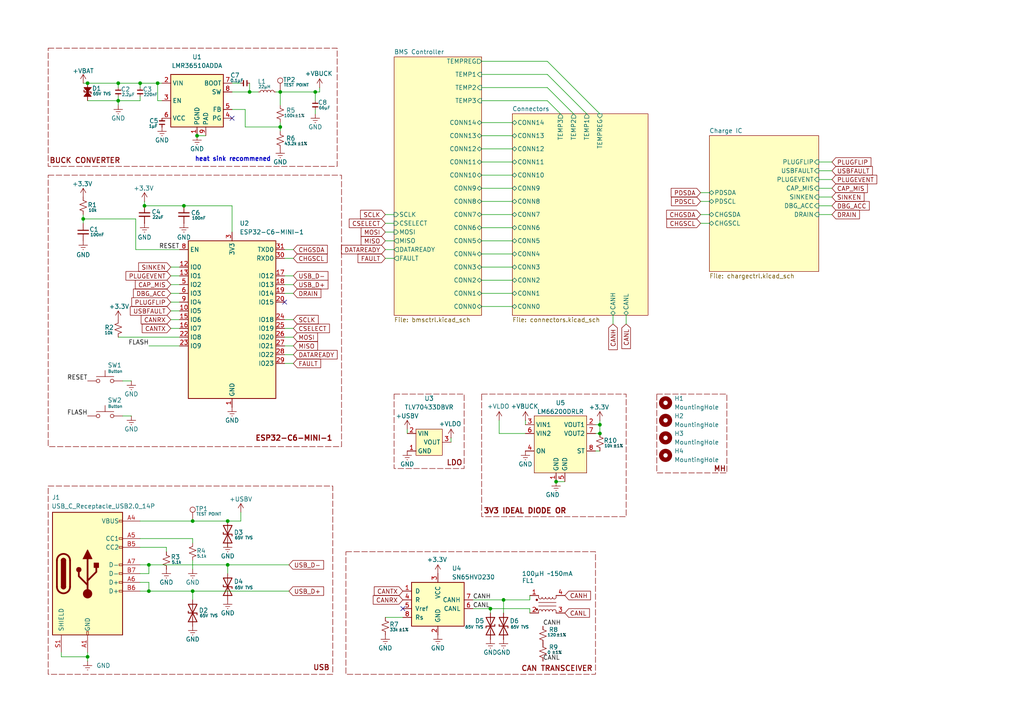
<source format=kicad_sch>
(kicad_sch (version 20250114) (generator "eeschema") (generator_version "9.0")
  (paper "A4")
  (rectangle (start 13.97 140.97) (end 96.52 195.58) (stroke (width 0) (type dash) (color 132 0 0 1)))
  (rectangle (start 13.97 13.97) (end 97.79 48.26) (stroke (width 0) (type dash) (color 132 0 0 1)))
  (rectangle (start 100.33 160.02) (end 172.72 195.58) (stroke (width 0) (type dash) (color 132 0 0 1)))
  (rectangle (start 13.97 50.8) (end 99.06 129.54) (stroke (width 0) (type dash) (color 132 0 0 1)))
  (rectangle (start 139.7 114.3) (end 181.61 149.86) (stroke (width 0) (type dash) (color 132 0 0 1)))
  (rectangle (start 114.3 114.3) (end 134.62 135.89) (stroke (width 0) (type dash) (color 132 0 0 1)))
  (rectangle (start 190.5 114.3) (end 210.82 137.16) (stroke (width 0) (type dash) (color 132 0 0 1)))
  (text "ESP32-C6-MINI-1" (at 96.52 127.254 0) (effects (font (size 1.524 1.524) (thickness 0.3048) (bold yes)) (justify right)))
  (text "heat sink recommened" (at 67.564 46.228 0) (effects (font (size 1.27 1.27) (thickness 0.254) (bold yes))))
  (text "BUCK CONVERTER" (at 24.638 46.736 0) (effects (font (size 1.524 1.524) (thickness 0.254) (bold yes))))
  (text "USB" (at 93.218 193.802 0) (effects (font (size 1.524 1.524) (thickness 0.254) (bold yes))))
  (text "MH" (at 208.788 136.144 0) (effects (font (size 1.524 1.524) (thickness 0.254) (bold yes))))
  (text "LDO" (at 131.826 134.366 0) (effects (font (size 1.524 1.524) (thickness 0.254) (bold yes))))
  (text "CAN TRANSCEIVER" (at 161.544 194.056 0) (effects (font (size 1.524 1.524) (thickness 0.254) (bold yes))))
  (text "3V3 IDEAL DIODE OR" (at 164.338 148.336 0) (effects (font (size 1.524 1.524) (thickness 0.3048) (bold yes)) (justify right)))
  (junction (at 142.24 176.53))
  (junction (at 34.29 24.13))
  (junction (at 81.28 26.67))
  (junction (at 25.4 190.5))
  (junction (at 53.34 59.69))
  (junction (at 91.44 26.67))
  (junction (at 43.18 171.45))
  (junction (at 66.04 151.13))
  (junction (at 161.29 139.7))
  (junction (at 146.05 173.99))
  (junction (at 34.29 29.21))
  (junction (at 66.04 163.83))
  (junction (at 41.91 59.69))
  (junction (at 55.88 151.13))
  (junction (at 81.28 36.83))
  (junction (at 173.99 125.73))
  (junction (at 45.72 24.13))
  (junction (at 25.4 24.13))
  (junction (at 57.15 39.37))
  (junction (at 40.64 24.13))
  (junction (at 72.39 26.67))
  (junction (at 24.13 63.5))
  (junction (at 43.18 163.83))
  (junction (at 173.99 123.19))
  (junction (at 55.88 171.45))
  (no_connect (at 67.31 34.29))
  (no_connect (at 116.84 176.53))
  (no_connect (at 82.55 87.63))
  (wire (pts (xy 139.7 39.37) (xy 148.59 39.37)))
  (wire (pts (xy 40.64 27.94) (xy 40.64 29.21)))
  (wire (pts (xy 241.3 57.15) (xy 237.49 57.15)))
  (wire (pts (xy 92.71 26.67) (xy 91.44 26.67)))
  (wire (pts (xy 66.04 157.48) (xy 66.04 158.75)))
  (wire (pts (xy 66.04 163.83) (xy 66.04 166.37)))
  (wire (pts (xy 49.53 87.63) (xy 52.07 87.63)))
  (wire (pts (xy 34.29 24.13) (xy 34.29 25.4)))
  (wire (pts (xy 38.1 110.49) (xy 35.56 110.49)))
  (wire (pts (xy 85.09 74.93) (xy 82.55 74.93)))
  (wire (pts (xy 139.7 17.78) (xy 158.75 17.78)))
  (wire (pts (xy 91.44 29.21) (xy 91.44 26.67)))
  (wire (pts (xy 34.29 27.94) (xy 34.29 29.21)))
  (wire (pts (xy 142.24 176.53) (xy 142.24 177.8)))
  (wire (pts (xy 39.37 72.39) (xy 52.07 72.39)))
  (wire (pts (xy 40.64 163.83) (xy 43.18 163.83)))
  (wire (pts (xy 66.04 151.13) (xy 69.85 151.13)))
  (wire (pts (xy 241.3 49.53) (xy 237.49 49.53)))
  (wire (pts (xy 40.64 168.91) (xy 43.18 168.91)))
  (wire (pts (xy 40.64 151.13) (xy 55.88 151.13)))
  (wire (pts (xy 40.64 24.13) (xy 45.72 24.13)))
  (wire (pts (xy 241.3 46.99) (xy 237.49 46.99)))
  (wire (pts (xy 55.88 156.21) (xy 55.88 157.48)))
  (wire (pts (xy 130.81 127) (xy 130.81 128.27)))
  (wire (pts (xy 111.76 72.39) (xy 114.3 72.39)))
  (wire (pts (xy 85.09 105.41) (xy 82.55 105.41)))
  (wire (pts (xy 111.76 74.93) (xy 114.3 74.93)))
  (wire (pts (xy 139.7 77.47) (xy 148.59 77.47)))
  (wire (pts (xy 139.7 66.04) (xy 148.59 66.04)))
  (wire (pts (xy 24.13 62.23) (xy 24.13 63.5)))
  (wire (pts (xy 111.76 179.07) (xy 116.84 179.07)))
  (wire (pts (xy 158.75 25.4) (xy 166.37 33.02)))
  (wire (pts (xy 40.64 158.75) (xy 48.26 158.75)))
  (wire (pts (xy 43.18 163.83) (xy 43.18 166.37)))
  (wire (pts (xy 57.15 39.37) (xy 59.69 39.37)))
  (wire (pts (xy 118.11 124.46) (xy 118.11 125.73)))
  (wire (pts (xy 81.28 38.1) (xy 81.28 36.83)))
  (wire (pts (xy 17.78 190.5) (xy 17.78 189.23)))
  (wire (pts (xy 139.7 35.56) (xy 148.59 35.56)))
  (wire (pts (xy 43.18 171.45) (xy 40.64 171.45)))
  (wire (pts (xy 49.53 85.09) (xy 52.07 85.09)))
  (wire (pts (xy 45.72 24.13) (xy 45.72 29.21)))
  (wire (pts (xy 34.29 97.79) (xy 52.07 97.79)))
  (wire (pts (xy 25.4 191.77) (xy 25.4 190.5)))
  (wire (pts (xy 71.12 36.83) (xy 81.28 36.83)))
  (wire (pts (xy 49.53 95.25) (xy 52.07 95.25)))
  (wire (pts (xy 241.3 62.23) (xy 237.49 62.23)))
  (wire (pts (xy 139.7 50.8) (xy 148.59 50.8)))
  (wire (pts (xy 144.78 125.73) (xy 152.4 125.73)))
  (wire (pts (xy 203.2 58.42) (xy 205.74 58.42)))
  (wire (pts (xy 139.7 88.9) (xy 148.59 88.9)))
  (wire (pts (xy 85.09 95.25) (xy 82.55 95.25)))
  (wire (pts (xy 153.67 176.53) (xy 153.67 177.8)))
  (wire (pts (xy 72.39 26.67) (xy 74.93 26.67)))
  (wire (pts (xy 111.76 62.23) (xy 114.3 62.23)))
  (wire (pts (xy 203.2 64.77) (xy 205.74 64.77)))
  (wire (pts (xy 25.4 29.21) (xy 34.29 29.21)))
  (wire (pts (xy 48.26 158.75) (xy 48.26 160.02)))
  (wire (pts (xy 34.29 30.48) (xy 34.29 29.21)))
  (wire (pts (xy 173.99 123.19) (xy 173.99 125.73)))
  (wire (pts (xy 40.64 25.4) (xy 40.64 24.13)))
  (wire (pts (xy 85.09 102.87) (xy 82.55 102.87)))
  (wire (pts (xy 158.75 29.21) (xy 162.56 33.02)))
  (wire (pts (xy 139.7 46.99) (xy 148.59 46.99)))
  (wire (pts (xy 55.88 171.45) (xy 83.82 171.45)))
  (wire (pts (xy 39.37 63.5) (xy 39.37 72.39)))
  (wire (pts (xy 85.09 85.09) (xy 82.55 85.09)))
  (wire (pts (xy 69.85 148.59) (xy 69.85 151.13)))
  (wire (pts (xy 53.34 59.69) (xy 67.31 59.69)))
  (wire (pts (xy 71.12 31.75) (xy 67.31 31.75)))
  (wire (pts (xy 111.76 64.77) (xy 114.3 64.77)))
  (wire (pts (xy 241.3 52.07) (xy 237.49 52.07)))
  (wire (pts (xy 25.4 190.5) (xy 25.4 189.23)))
  (wire (pts (xy 158.75 21.59) (xy 170.18 33.02)))
  (wire (pts (xy 41.91 59.69) (xy 53.34 59.69)))
  (wire (pts (xy 85.09 72.39) (xy 82.55 72.39)))
  (wire (pts (xy 139.7 62.23) (xy 148.59 62.23)))
  (wire (pts (xy 137.16 173.99) (xy 146.05 173.99)))
  (wire (pts (xy 85.09 100.33) (xy 82.55 100.33)))
  (wire (pts (xy 153.67 173.99) (xy 153.67 172.72)))
  (wire (pts (xy 241.3 54.61) (xy 237.49 54.61)))
  (wire (pts (xy 139.7 29.21) (xy 158.75 29.21)))
  (wire (pts (xy 25.4 24.13) (xy 34.29 24.13)))
  (wire (pts (xy 81.28 26.67) (xy 80.01 26.67)))
  (wire (pts (xy 43.18 163.83) (xy 66.04 163.83)))
  (wire (pts (xy 173.99 121.92) (xy 173.99 123.19)))
  (wire (pts (xy 24.13 24.13) (xy 25.4 24.13)))
  (wire (pts (xy 85.09 80.01) (xy 82.55 80.01)))
  (wire (pts (xy 49.53 77.47) (xy 52.07 77.47)))
  (wire (pts (xy 111.76 67.31) (xy 114.3 67.31)))
  (wire (pts (xy 40.64 29.21) (xy 34.29 29.21)))
  (wire (pts (xy 139.7 58.42) (xy 148.59 58.42)))
  (wire (pts (xy 146.05 173.99) (xy 153.67 173.99)))
  (wire (pts (xy 55.88 165.1) (xy 55.88 162.56)))
  (wire (pts (xy 45.72 29.21) (xy 46.99 29.21)))
  (wire (pts (xy 55.88 151.13) (xy 66.04 151.13)))
  (wire (pts (xy 137.16 176.53) (xy 142.24 176.53)))
  (wire (pts (xy 203.2 62.23) (xy 205.74 62.23)))
  (wire (pts (xy 91.44 33.02) (xy 91.44 31.75)))
  (wire (pts (xy 72.39 24.13) (xy 72.39 26.67)))
  (wire (pts (xy 139.7 43.18) (xy 148.59 43.18)))
  (wire (pts (xy 81.28 26.67) (xy 91.44 26.67)))
  (wire (pts (xy 69.85 24.13) (xy 67.31 24.13)))
  (wire (pts (xy 66.04 163.83) (xy 83.82 163.83)))
  (wire (pts (xy 142.24 176.53) (xy 153.67 176.53)))
  (wire (pts (xy 49.53 90.17) (xy 52.07 90.17)))
  (wire (pts (xy 203.2 55.88) (xy 205.74 55.88)))
  (wire (pts (xy 34.29 24.13) (xy 40.64 24.13)))
  (wire (pts (xy 144.78 121.92) (xy 144.78 125.73)))
  (wire (pts (xy 43.18 166.37) (xy 40.64 166.37)))
  (wire (pts (xy 173.99 125.73) (xy 172.72 125.73)))
  (wire (pts (xy 24.13 63.5) (xy 39.37 63.5)))
  (wire (pts (xy 177.8 93.98) (xy 177.8 91.44)))
  (wire (pts (xy 49.53 92.71) (xy 52.07 92.71)))
  (wire (pts (xy 38.1 120.65) (xy 35.56 120.65)))
  (wire (pts (xy 92.71 25.4) (xy 92.71 26.67)))
  (wire (pts (xy 55.88 171.45) (xy 55.88 173.99)))
  (wire (pts (xy 85.09 97.79) (xy 82.55 97.79)))
  (wire (pts (xy 17.78 190.5) (xy 25.4 190.5)))
  (wire (pts (xy 158.75 17.78) (xy 173.99 33.02)))
  (wire (pts (xy 49.53 82.55) (xy 52.07 82.55)))
  (wire (pts (xy 139.7 21.59) (xy 158.75 21.59)))
  (wire (pts (xy 67.31 26.67) (xy 72.39 26.67)))
  (wire (pts (xy 181.61 93.98) (xy 181.61 91.44)))
  (wire (pts (xy 161.29 139.7) (xy 163.83 139.7)))
  (wire (pts (xy 241.3 59.69) (xy 237.49 59.69)))
  (wire (pts (xy 40.64 156.21) (xy 55.88 156.21)))
  (wire (pts (xy 24.13 64.77) (xy 24.13 63.5)))
  (wire (pts (xy 49.53 80.01) (xy 52.07 80.01)))
  (wire (pts (xy 139.7 85.09) (xy 148.59 85.09)))
  (wire (pts (xy 71.12 36.83) (xy 71.12 31.75)))
  (wire (pts (xy 41.91 58.42) (xy 41.91 59.69)))
  (wire (pts (xy 81.28 36.83) (xy 81.28 35.56)))
  (wire (pts (xy 139.7 54.61) (xy 148.59 54.61)))
  (wire (pts (xy 85.09 82.55) (xy 82.55 82.55)))
  (wire (pts (xy 43.18 171.45) (xy 55.88 171.45)))
  (wire (pts (xy 111.76 69.85) (xy 114.3 69.85)))
  (wire (pts (xy 139.7 25.4) (xy 158.75 25.4)))
  (wire (pts (xy 43.18 100.33) (xy 52.07 100.33)))
  (wire (pts (xy 152.4 121.92) (xy 152.4 123.19)))
  (wire (pts (xy 81.28 26.67) (xy 81.28 30.48)))
  (wire (pts (xy 139.7 69.85) (xy 148.59 69.85)))
  (wire (pts (xy 173.99 130.81) (xy 172.72 130.81)))
  (wire (pts (xy 146.05 173.99) (xy 146.05 177.8)))
  (wire (pts (xy 45.72 24.13) (xy 46.99 24.13)))
  (wire (pts (xy 43.18 168.91) (xy 43.18 171.45)))
  (wire (pts (xy 139.7 73.66) (xy 148.59 73.66)))
  (wire (pts (xy 173.99 123.19) (xy 172.72 123.19)))
  (wire (pts (xy 139.7 81.28) (xy 148.59 81.28)))
  (wire (pts (xy 67.31 59.69) (xy 67.31 67.31)))
  (wire (pts (xy 85.09 92.71) (xy 82.55 92.71)))
  (label "FLASH" (at 25.4 120.65 180) (effects (font (thickness 0.1588))))
  (label "RESET" (at 52.07 72.39 180) (effects (font (thickness 0.1588))))
  (label "CANL" (at 137.16 176.53 0))
  (label "RESET" (at 25.4 110.49 180) (effects (font (thickness 0.1588))))
  (label "CANL" (at 157.48 191.77 0))
  (label "CANH" (at 137.16 173.99 0))
  (label "CANH" (at 157.48 181.61 0))
  (label "FLASH" (at 43.18 100.33 180) (effects (font (thickness 0.1588))))
  (global_label "CSELECT" (shape input) (at 85.09 95.25 0) (property "Intersheetrefs" "${INTERSHEET_REFS}" (effects (hide yes))))
  (global_label "CANL" (shape input) (at 181.61 93.98 270) (effects (font (thickness 0.1588))) (property "Intersheetrefs" "${INTERSHEET_REFS}" (effects (hide yes))))
  (global_label "PLUGFLIP" (shape input) (at 49.53 87.63 180) (property "Intersheetrefs" "${INTERSHEET_REFS}" (effects (hide yes))))
  (global_label "CAP_MIS" (shape input) (at 241.3 54.61 0) (property "Intersheetrefs" "${INTERSHEET_REFS}" (effects (hide yes))))
  (global_label "CSELECT" (shape input) (at 111.76 64.77 180) (property "Intersheetrefs" "${INTERSHEET_REFS}" (effects (hide yes))))
  (global_label "FAULT" (shape input) (at 85.09 105.41 0) (property "Intersheetrefs" "${INTERSHEET_REFS}" (effects (hide yes))))
  (global_label "SINKEN" (shape input) (at 49.53 77.47 180) (property "Intersheetrefs" "${INTERSHEET_REFS}" (effects (hide yes))))
  (global_label "SCLK" (shape input) (at 111.76 62.23 180) (property "Intersheetrefs" "${INTERSHEET_REFS}" (effects (hide yes))))
  (global_label "SINKEN" (shape input) (at 241.3 57.15 0) (property "Intersheetrefs" "${INTERSHEET_REFS}" (effects (hide yes))))
  (global_label "PLUGEVENT" (shape input) (at 49.53 80.01 180) (property "Intersheetrefs" "${INTERSHEET_REFS}" (effects (hide yes))))
  (global_label "MOSI" (shape input) (at 85.09 97.79 0) (property "Intersheetrefs" "${INTERSHEET_REFS}" (effects (hide yes))))
  (global_label "PLUGFLIP" (shape input) (at 241.3 46.99 0) (property "Intersheetrefs" "${INTERSHEET_REFS}" (effects (hide yes))))
  (global_label "CANTX" (shape input) (at 49.53 95.25 180) (property "Intersheetrefs" "${INTERSHEET_REFS}" (effects (hide yes))))
  (global_label "CHGSCL" (shape input) (at 85.09 74.93 0) (property "Intersheetrefs" "${INTERSHEET_REFS}" (effects (hide yes))))
  (global_label "PLUGEVENT" (shape input) (at 241.3 52.07 0) (property "Intersheetrefs" "${INTERSHEET_REFS}" (effects (hide yes))))
  (global_label "CANH" (shape input) (at 177.8 93.98 270) (effects (font (thickness 0.1588))) (property "Intersheetrefs" "${INTERSHEET_REFS}" (effects (hide yes))))
  (global_label "DBG_ACC" (shape input) (at 49.53 85.09 180) (property "Intersheetrefs" "${INTERSHEET_REFS}" (effects (hide yes))))
  (global_label "USB_D+" (shape input) (at 83.82 171.45 0) (property "Intersheetrefs" "${INTERSHEET_REFS}" (effects (hide yes))))
  (global_label "CHGSCL" (shape input) (at 203.2 64.77 180) (property "Intersheetrefs" "${INTERSHEET_REFS}" (effects (hide yes))))
  (global_label "CANTX" (shape input) (at 116.84 171.45 180) (property "Intersheetrefs" "${INTERSHEET_REFS}" (effects (hide yes))))
  (global_label "PDSCL" (shape input) (at 203.2 58.42 180) (property "Intersheetrefs" "${INTERSHEET_REFS}" (effects (hide yes))))
  (global_label "FAULT" (shape input) (at 111.76 74.93 180) (property "Intersheetrefs" "${INTERSHEET_REFS}" (effects (hide yes))))
  (global_label "USBFAULT" (shape input) (at 49.53 90.17 180) (property "Intersheetrefs" "${INTERSHEET_REFS}" (effects (hide yes))))
  (global_label "DBG_ACC" (shape input) (at 241.3 59.69 0) (property "Intersheetrefs" "${INTERSHEET_REFS}" (effects (hide yes))))
  (global_label "SCLK" (shape input) (at 85.09 92.71 0) (property "Intersheetrefs" "${INTERSHEET_REFS}" (effects (hide yes))))
  (global_label "CAP_MIS" (shape input) (at 49.53 82.55 180) (property "Intersheetrefs" "${INTERSHEET_REFS}" (effects (hide yes))))
  (global_label "DATAREADY" (shape input) (at 111.76 72.39 180) (property "Intersheetrefs" "${INTERSHEET_REFS}" (effects (hide yes))))
  (global_label "DATAREADY" (shape input) (at 85.09 102.87 0) (property "Intersheetrefs" "${INTERSHEET_REFS}" (effects (hide yes))))
  (global_label "MISO" (shape input) (at 111.76 69.85 180) (property "Intersheetrefs" "${INTERSHEET_REFS}" (effects (hide yes))))
  (global_label "MISO" (shape input) (at 85.09 100.33 0) (property "Intersheetrefs" "${INTERSHEET_REFS}" (effects (hide yes))))
  (global_label "MOSI" (shape input) (at 111.76 67.31 180) (property "Intersheetrefs" "${INTERSHEET_REFS}" (effects (hide yes))))
  (global_label "CHGSDA" (shape input) (at 85.09 72.39 0) (property "Intersheetrefs" "${INTERSHEET_REFS}" (effects (hide yes))))
  (global_label "CANRX" (shape input) (at 116.84 173.99 180) (property "Intersheetrefs" "${INTERSHEET_REFS}" (effects (hide yes))))
  (global_label "PDSDA" (shape input) (at 203.2 55.88 180) (property "Intersheetrefs" "${INTERSHEET_REFS}" (effects (hide yes))))
  (global_label "USB_D+" (shape input) (at 85.09 82.55 0) (property "Intersheetrefs" "${INTERSHEET_REFS}" (effects (hide yes))))
  (global_label "CANH" (shape input) (at 163.83 172.72 0) (effects (font (thickness 0.1588))) (property "Intersheetrefs" "${INTERSHEET_REFS}" (effects (hide yes))))
  (global_label "CANL" (shape input) (at 163.83 177.8 0) (effects (font (thickness 0.1588))) (property "Intersheetrefs" "${INTERSHEET_REFS}" (effects (hide yes))))
  (global_label "CHGSDA" (shape input) (at 203.2 62.23 180) (property "Intersheetrefs" "${INTERSHEET_REFS}" (effects (hide yes))))
  (global_label "USB_D-" (shape input) (at 85.09 80.01 0) (property "Intersheetrefs" "${INTERSHEET_REFS}" (effects (hide yes))))
  (global_label "DRAIN" (shape input) (at 241.3 62.23 0) (property "Intersheetrefs" "${INTERSHEET_REFS}" (effects (hide yes))))
  (global_label "USB_D-" (shape input) (at 83.82 163.83 0) (property "Intersheetrefs" "${INTERSHEET_REFS}" (effects (hide yes))))
  (global_label "CANRX" (shape input) (at 49.53 92.71 180) (property "Intersheetrefs" "${INTERSHEET_REFS}" (effects (hide yes))))
  (global_label "USBFAULT" (shape input) (at 241.3 49.53 0) (property "Intersheetrefs" "${INTERSHEET_REFS}" (effects (hide yes))))
  (global_label "DRAIN" (shape input) (at 85.09 85.09 0) (property "Intersheetrefs" "${INTERSHEET_REFS}" (effects (hide yes))))
  (symbol (lib_id "Connector:TestPoint") (at 81.28 26.67 0) (unit 1)
    (property "Reference" "TP2" (at 82.042 23.114 0) (effects (justify left)))
    (property "Value" "TEST POINT" (at 82.296 24.638 0) (effects (font (size 0.8467 0.8467)) (justify left)))
    (property "Footprint" "TestPoint:TestPoint_Pad_1.0x1.0mm" (effects (hide yes)))
    (property "Description" "test point" (effects (hide yes)))
  )
  (symbol (lib_id "Switch:SW_Push") (at 30.48 120.65 0) (unit 1)
    (property "Reference" "SW2" (at 35.306 116.078 0) (effects (justify right)))
    (property "Value" "Button" (at 35.56 117.856 0) (effects (font (size 0.8467 0.8467)) (justify right)))
    (property "Footprint" "footprints:SW-SMD_L3.9-W3.0-P4.45" (effects (hide yes)))
    (property "Datasheet" "https://www.lcsc.com/datasheet/lcsc_datasheet_2409302330_XUNPU-TS-1088-AR02016_C720477.pdf" (effects (hide yes)))
    (property "Description" "Push button switch, generic, two pins" (effects (hide yes)))
    (property "LCSC#" "C720477" (effects (hide yes)))
  )
  (symbol (lib_id "power:Earth") (at 66.04 173.99 0) (unit 1)
    (property "Reference" "#PWR018" (effects (hide yes)))
    (property "Value" "GND" (at 66.04 177.8 0))
    (property "Description" "Power symbol creates a global label with name \"Earth\"" (effects (hide yes)))
  )
  (symbol (lib_id "power:+3.3V") (at 152.4 121.92 0) (unit 1)
    (property "Reference" "#PWR033" (effects (hide yes)))
    (property "Value" "+VBUCK" (at 152.146 117.856 0))
    (property "Description" "Power symbol creates a global label with name \"+3.3V\"" (effects (hide yes)))
  )
  (symbol (lib_id "Device:R_Small_US") (at 81.28 40.64 0) (unit 1)
    (property "Reference" "R6" (at 84.328 40.132 0))
    (property "Value" "43.2k" (at 86.106 41.656 0) (effects (font (size 0.8467 0.8467)) (justify right)))
    (property "Footprint" "Resistor_SMD:R_0402_1005Metric_Pad0.72x0.64mm_HandSolder" (effects (hide yes)))
    (property "Description" "Resistor, small US symbol" (effects (hide yes)))
    (property "Tolerance" "±1%" (at 89.154 41.656 0) (effects (font (size 0.8467 0.8467)) (justify right)))
  )
  (symbol (lib_name "C_Small_1") (lib_id "Device:C_Small") (at 40.64 26.67 0) (unit 1)
    (property "Reference" "C3" (at 41.402 25.908 0) (effects (justify left)))
    (property "Value" "220nF" (at 41.656 27.432 0) (effects (font (size 0.8467 0.8467)) (justify left)))
    (property "Footprint" "Capacitor_SMD:C_0402_1005Metric_Pad0.74x0.62mm_HandSolder" (effects (hide yes)))
    (property "Description" "Unpolarized capacitor, small symbol" (effects (hide yes)))
  )
  (symbol (lib_id "power:Earth") (at 48.26 165.1 0) (unit 1)
    (property "Reference" "#PWR012" (effects (hide yes)))
    (property "Value" "GND" (at 48.26 168.91 0))
    (property "Description" "Power symbol creates a global label with name \"Earth\"" (effects (hide yes)))
  )
  (symbol (lib_id "Device:R_Small_US") (at 157.48 184.15 180) (unit 1)
    (property "Reference" "R8" (at 160.528 182.626 0))
    (property "Value" "120" (at 158.75 184.15 0) (effects (font (size 0.8467 0.8467)) (justify right)))
    (property "Footprint" "Resistor_SMD:R_0402_1005Metric_Pad0.72x0.64mm_HandSolder" (effects (hide yes)))
    (property "Description" "Resistor, small US symbol" (effects (hide yes)))
    (property "Tolerance" "±1%" (at 161.29 184.15 0) (effects (font (size 0.8467 0.8467)) (justify right)))
  )
  (symbol (lib_id "power:+3.3V") (at 144.78 121.92 0) (unit 1)
    (property "Reference" "#PWR031" (effects (hide yes)))
    (property "Value" "+VLDO" (at 144.526 117.856 0))
    (property "Description" "Power symbol creates a global label with name \"+3.3V\"" (effects (hide yes)))
  )
  (symbol (lib_id "power:Earth") (at 66.04 157.48 0) (unit 1)
    (property "Reference" "#PWR017" (effects (hide yes)))
    (property "Value" "GND" (at 66.04 161.29 0))
    (property "Description" "Power symbol creates a global label with name \"Earth\"" (effects (hide yes)))
  )
  (symbol (lib_id "components:TLV704") (at 124.46 128.27 0) (unit 1)
    (property "Reference" "U3" (at 124.46 115.57 0))
    (property "Value" "TLV70433DBVR" (at 124.46 118.11 0))
    (property "Footprint" "Package_TO_SOT_SMD:SOT-23-5_HandSoldering" (effects (hide yes)))
    (property "Datasheet" "https://www.ti.com/lit/ds/symlink/tlv704.pdf?HQS=dis-dk-null-digikeymode-dsf-pf-null-wwe&ts=1743791554996&ref_url=https%253A%252F%252Fwww.ti.com%252Fgeneral%252Fdocs%252Fsuppproductinfo.tsp%253FdistId%253D10%2526gotoUrl%253Dhttps%253A%252F%252Fwww.ti.com%252Flit%252Fgpn%252Ftlv704" (effects (hide yes)))
  )
  (symbol (lib_id "power:Earth") (at 67.31 118.11 0) (unit 1)
    (property "Reference" "#PWR019" (effects (hide yes)))
    (property "Value" "GND" (at 67.31 121.92 0))
    (property "Description" "Power symbol creates a global label with name \"Earth\"" (effects (hide yes)))
  )
  (symbol (lib_id "power:Earth") (at 118.11 130.81 0) (unit 1)
    (property "Reference" "#PWR026" (effects (hide yes)))
    (property "Value" "GND" (at 118.11 134.62 0))
    (property "Description" "Power symbol creates a global label with name \"Earth\"" (effects (hide yes)))
  )
  (symbol (lib_id "Regulator_Switching:LMR36510ADDA") (at 57.15 29.21 0) (unit 1)
    (property "Reference" "U1" (at 57.15 16.51 0))
    (property "Value" "LMR36510ADDA" (at 57.15 19.05 0))
    (property "Footprint" "Package_SO:Texas_HTSOP-8-1EP_3.9x4.9mm_P1.27mm_EP2.95x4.9mm_Mask2.4x3.1mm_ThermalVias" (effects (hide yes)))
    (property "Datasheet" "http://www.ti.com/lit/ds/symlink/lmr36510.pdf" (effects (hide yes)))
    (property "Description" "Simple Switcher Synchronous Buck Regulator, Vin=4.2-65V, Iout=1A, F=400kHz, Adjustable output voltage, HSOP-8" (effects (hide yes)))
  )
  (symbol (lib_id "power:Earth") (at 57.15 39.37 0) (unit 1)
    (property "Reference" "#PWR016" (effects (hide yes)))
    (property "Value" "GND" (at 57.15 43.18 0))
    (property "Description" "Power symbol creates a global label with name \"Earth\"" (effects (hide yes)))
  )
  (symbol (lib_name "C_Small_1") (lib_id "Device:C_Small") (at 46.99 35.56 180) (unit 1)
    (property "Reference" "C5" (at 45.974 35.052 0) (effects (justify left)))
    (property "Value" "1µF" (at 45.72 36.576 0) (effects (font (size 0.8467 0.8467)) (justify left)))
    (property "Footprint" "Capacitor_SMD:C_0402_1005Metric_Pad0.74x0.62mm_HandSolder" (effects (hide yes)))
    (property "Description" "Unpolarized capacitor, small symbol" (effects (hide yes)))
  )
  (symbol (lib_id "power:Earth") (at 34.29 30.48 0) (unit 1)
    (property "Reference" "#PWR05" (effects (hide yes)))
    (property "Value" "GND" (at 34.29 34.29 0))
    (property "Description" "Power symbol creates a global label with name \"Earth\"" (effects (hide yes)))
  )
  (symbol (lib_id "Device:R_Small_US") (at 24.13 59.69 0) (unit 1)
    (property "Reference" "R1" (at 25.4 59.436 0) (effects (justify left)))
    (property "Value" "10k" (at 25.654 60.96 0) (effects (font (size 0.8467 0.8467)) (justify left)))
    (property "Footprint" "Resistor_SMD:R_0402_1005Metric_Pad0.72x0.64mm_HandSolder" (effects (hide yes)))
    (property "Datasheet" "https://www.lcsc.com/datasheet/lcsc_datasheet_2304140030_YAGEO-RT0402BRD0710KL_C190095.pdf" (effects (hide yes)))
    (property "Description" "Resistor, small US symbol" (effects (hide yes)))
    (property "LCSC#" "C190095" (effects (hide yes)))
  )
  (symbol (lib_id "RF_Module:ESP32-C6-MINI-1") (at 67.31 92.71 0) (unit 1)
    (property "Reference" "U2" (at 69.5041 64.77 0) (effects (justify left)))
    (property "Value" "ESP32-C6-MINI-1" (at 69.5041 67.31 0) (effects (justify left)))
    (property "Footprint" "RF_Module:ESP32-C6-MINI-1" (effects (hide yes)))
    (property "Datasheet" "https://www.espressif.com/sites/default/files/documentation/esp32-c6-mini-1_mini-1u_datasheet_en.pdf" (effects (hide yes)))
    (property "Description" "RF Module, ESP32-C6 SoC, Wi-Fi 802.11b/g/n/ax, Bluetooth, BLE, Zigbee, Thread, 32-bit, 3.3V, SMD, onboard antenna" (effects (hide yes)))
    (property "LCSC#" "C5736265" (effects (hide yes)))
  )
  (symbol (lib_id "power:+3.3V") (at 92.71 25.4 0) (unit 1)
    (property "Reference" "#PWR023" (effects (hide yes)))
    (property "Value" "+VBUCK" (at 92.456 21.336 0))
    (property "Description" "Power symbol creates a global label with name \"+3.3V\"" (effects (hide yes)))
  )
  (symbol (lib_id "Mechanical:MountingHole") (at 193.04 127 0) (unit 1) (exclude_from_sim yes) (in_bom no)
    (property "Reference" "H3" (at 195.58 125.7299 0) (effects (justify left)))
    (property "Value" "MountingHole" (at 195.58 128.2699 0) (effects (justify left)))
    (property "Footprint" "MountingHole:MountingHole_3.2mm_M3" (effects (hide yes)))
    (property "Description" "Mounting Hole without connection" (effects (hide yes)))
  )
  (symbol (lib_id "power:Earth") (at 111.76 184.15 0) (unit 1)
    (property "Reference" "#PWR024" (effects (hide yes)))
    (property "Value" "GND" (at 111.76 187.96 0))
    (property "Description" "Power symbol creates a global label with name \"Earth\"" (effects (hide yes)))
  )
  (symbol (lib_id "Device:D_TVS_Small_Filled") (at 25.4 26.67 270) (unit 1)
    (property "Reference" "D1" (at 26.67 25.654 90) (effects (justify left)))
    (property "Value" "65V TVS" (at 26.924 27.178 90) (effects (font (size 0.8467 0.8467)) (justify left)))
    (property "Footprint" "Diode_SMD:D_0402_1005Metric_Pad0.77x0.64mm_HandSolder" (effects (hide yes)))
    (property "Description" "Bidirectional transient-voltage-suppression diode, small symbol, filled shape" (effects (hide yes)))
  )
  (symbol (lib_id "Mechanical:MountingHole") (at 193.04 132.08 0) (unit 1) (exclude_from_sim yes) (in_bom no)
    (property "Reference" "H4" (at 195.58 130.8099 0) (effects (justify left)))
    (property "Value" "MountingHole" (at 195.58 133.3499 0) (effects (justify left)))
    (property "Footprint" "MountingHole:MountingHole_3.2mm_M3" (effects (hide yes)))
    (property "Description" "Mounting Hole without connection" (effects (hide yes)))
  )
  (symbol (lib_id "power:+3.3V") (at 41.91 58.42 0) (unit 1)
    (property "Reference" "#PWR09" (effects (hide yes)))
    (property "Value" "+3.3V" (at 41.656 54.61 0))
    (property "Description" "Power symbol creates a global label with name \"+3.3V\"" (effects (hide yes)))
  )
  (symbol (lib_id "Device:D_TVS") (at 66.04 170.18 90) (unit 1)
    (property "Reference" "D4" (at 67.818 168.656 90) (effects (justify right)))
    (property "Value" "65V TVS" (at 68.072 170.434 90) (effects (font (size 0.8467 0.8467)) (justify right)))
    (property "Footprint" "Diode_SMD:D_0402_1005Metric_Pad0.77x0.64mm_HandSolder" (effects (hide yes)))
    (property "Description" "Bidirectional transient-voltage-suppression diode" (effects (hide yes)))
    (property "LCSC#" "C316043" (effects (hide yes)))
  )
  (symbol (lib_name "C_Small_1") (lib_id "Device:C_Small") (at 91.44 30.48 0) (unit 1)
    (property "Reference" "C8" (at 92.202 29.718 0) (effects (justify left)))
    (property "Value" "66µF" (at 92.456 31.242 0) (effects (font (size 0.8467 0.8467)) (justify left)))
    (property "Footprint" "Capacitor_SMD:C_0402_1005Metric_Pad0.74x0.62mm_HandSolder" (effects (hide yes)))
    (property "Description" "Unpolarized capacitor, small symbol" (effects (hide yes)))
  )
  (symbol (lib_id "Device:C_Small") (at 53.34 62.23 0) (unit 1)
    (property "Reference" "C6" (at 55.372 61.722 0) (effects (justify left)))
    (property "Value" "100nF" (at 55.626 63.246 0) (effects (font (size 0.8467 0.8467)) (justify left)))
    (property "Footprint" "Capacitor_SMD:C_0402_1005Metric_Pad0.74x0.62mm_HandSolder" (effects (hide yes)))
    (property "Description" "Unpolarized capacitor, small symbol" (effects (hide yes)))
    (property "LCSC#" "C1525" (effects (hide yes)))
  )
  (symbol (lib_id "Device:C_Small") (at 41.91 62.23 0) (unit 1)
    (property "Reference" "C4" (at 43.942 61.468 0) (effects (justify left)))
    (property "Value" "22uF" (at 44.196 62.992 0) (effects (font (size 0.8467 0.8467)) (justify left)))
    (property "Footprint" "Capacitor_SMD:C_0402_1005Metric_Pad0.74x0.62mm_HandSolder" (effects (hide yes)))
    (property "Description" "Unpolarized capacitor, small symbol" (effects (hide yes)))
    (property "LCSC#" "C87997" (effects (hide yes)))
  )
  (symbol (lib_id "Switch:SW_Push") (at 30.48 110.49 0) (unit 1)
    (property "Reference" "SW1" (at 35.306 105.918 0) (effects (justify right)))
    (property "Value" "Button" (at 35.56 107.696 0) (effects (font (size 0.8467 0.8467)) (justify right)))
    (property "Footprint" "footprints:SW-SMD_L3.9-W3.0-P4.45" (effects (hide yes)))
    (property "Datasheet" "https://www.lcsc.com/datasheet/lcsc_datasheet_2409302330_XUNPU-TS-1088-AR02016_C720477.pdf" (effects (hide yes)))
    (property "Description" "Push button switch, generic, two pins" (effects (hide yes)))
    (property "LCSC#" "C720477" (effects (hide yes)))
  )
  (symbol (lib_name "C_Small_1") (lib_id "Device:C_Small") (at 71.12 24.13 270) (unit 1)
    (property "Reference" "C7" (at 66.802 21.844 90) (effects (justify left)))
    (property "Value" "0.1µF" (at 66.802 23.368 90) (effects (font (size 0.8467 0.8467)) (justify left)))
    (property "Footprint" "Capacitor_SMD:C_0402_1005Metric_Pad0.74x0.62mm_HandSolder" (effects (hide yes)))
    (property "Description" "Unpolarized capacitor, small symbol" (effects (hide yes)))
  )
  (symbol (lib_id "power:Earth") (at 41.91 64.77 0) (unit 1)
    (property "Reference" "#PWR010" (effects (hide yes)))
    (property "Value" "GND" (at 41.91 68.834 0))
    (property "Description" "Power symbol creates a global label with name \"Earth\"" (effects (hide yes)))
  )
  (symbol (lib_id "power:Earth") (at 55.88 181.61 0) (unit 1)
    (property "Reference" "#PWR015" (effects (hide yes)))
    (property "Value" "GND" (at 55.88 185.42 0))
    (property "Description" "Power symbol creates a global label with name \"Earth\"" (effects (hide yes)))
  )
  (symbol (lib_id "power:Earth") (at 38.1 110.49 0) (unit 1)
    (property "Reference" "#PWR07" (effects (hide yes)))
    (property "Value" "GND" (at 38.1 114.3 0))
    (property "Description" "Power symbol creates a global label with name \"Earth\"" (effects (hide yes)))
  )
  (symbol (lib_id "Device:L_Small") (at 77.47 26.67 90) (unit 1)
    (property "Reference" "L1" (at 75.946 23.622 90))
    (property "Value" "22µH" (at 76.708 25.146 90) (effects (font (size 0.8467 0.8467))))
    (property "Footprint" "Inductor_SMD:L_Ferrocore_DLG-0403" (effects (hide yes)))
    (property "Datasheet" "https://www.lcsc.com/datasheet/lcsc_datasheet_2501101640_SHOU-HAN-CY43-22UH_C2929420.pdf" (effects (hide yes)))
    (property "Description" "Inductor, small symbol" (effects (hide yes)))
    (property "MPN" "C2929420" (effects (hide yes)))
  )
  (symbol (lib_id "Device:R_Small_US") (at 157.48 189.23 180) (unit 1)
    (property "Reference" "R9" (at 160.528 187.706 0))
    (property "Value" "0" (at 158.75 189.23 0) (effects (font (size 0.8467 0.8467)) (justify right)))
    (property "Footprint" "Resistor_SMD:R_0402_1005Metric_Pad0.72x0.64mm_HandSolder" (effects (hide yes)))
    (property "Description" "Resistor, small US symbol" (effects (hide yes)))
    (property "Tolerance" "±1%" (at 160.02 189.23 0) (effects (font (size 0.8467 0.8467)) (justify right)))
  )
  (symbol (lib_id "power:Earth") (at 146.05 185.42 0) (unit 1)
    (property "Reference" "#PWR032" (effects (hide yes)))
    (property "Value" "GND" (at 146.05 189.23 0))
    (property "Description" "Power symbol creates a global label with name \"Earth\"" (effects (hide yes)))
  )
  (symbol (lib_id "Device:R_Small_US") (at 55.88 160.02 0) (mirror y) (unit 1)
    (property "Reference" "R4" (at 59.69 159.766 0) (effects (justify left)))
    (property "Value" "5.1k" (at 59.944 161.29 0) (effects (font (size 0.8467 0.8467)) (justify left)))
    (property "Footprint" "Resistor_SMD:R_0402_1005Metric_Pad0.72x0.64mm_HandSolder" (effects (hide yes)))
    (property "Datasheet" "https://www.lcsc.com/datasheet/lcsc_datasheet_2410121806_PANASONIC-ERA2AEB512X_C490833.pdf" (effects (hide yes)))
    (property "Description" "Resistor, small US symbol" (effects (hide yes)))
    (property "LCSC#" "C490833" (effects (hide yes)))
  )
  (symbol (lib_id "power:Earth") (at 127 184.15 0) (unit 1)
    (property "Reference" "#PWR028" (effects (hide yes)))
    (property "Value" "GND" (at 127 187.96 0))
    (property "Description" "Power symbol creates a global label with name \"Earth\"" (effects (hide yes)))
  )
  (symbol (lib_name "C_Small_1") (lib_id "Device:C_Small") (at 34.29 26.67 0) (unit 1)
    (property "Reference" "C2" (at 35.052 25.908 0) (effects (justify left)))
    (property "Value" "2.2µF" (at 35.306 27.432 0) (effects (font (size 0.8467 0.8467)) (justify left)))
    (property "Footprint" "Capacitor_SMD:C_0402_1005Metric_Pad0.74x0.62mm_HandSolder" (effects (hide yes)))
    (property "Description" "Unpolarized capacitor, small symbol" (effects (hide yes)))
  )
  (symbol (lib_id "power:+3.3V") (at 24.13 57.15 0) (unit 1)
    (property "Reference" "#PWR02" (effects (hide yes)))
    (property "Value" "+3.3V" (at 23.876 53.34 0))
    (property "Description" "Power symbol creates a global label with name \"+3.3V\"" (effects (hide yes)))
  )
  (symbol (lib_id "power:Earth") (at 53.34 64.77 0) (unit 1)
    (property "Reference" "#PWR013" (effects (hide yes)))
    (property "Value" "GND" (at 53.34 68.834 0))
    (property "Description" "Power symbol creates a global label with name \"Earth\"" (effects (hide yes)))
  )
  (symbol (lib_id "Interface_CAN_LIN:SN65HVD230") (at 127 173.99 0) (unit 1)
    (property "Reference" "U4" (at 131.064 164.846 0) (effects (justify left)))
    (property "Value" "SN65HVD230" (at 131.064 167.386 0) (effects (justify left)))
    (property "Footprint" "Package_SO:SOIC-8_3.9x4.9mm_P1.27mm" (effects (hide yes)))
    (property "Datasheet" "http://www.ti.com/lit/ds/symlink/sn65hvd230.pdf" (effects (hide yes)))
    (property "Description" "CAN Bus Transceivers, 3.3V, 1Mbps, Low-Power capabilities, SOIC-8" (effects (hide yes)))
  )
  (symbol (lib_id "Device:R_Small_US") (at 173.99 128.27 180) (unit 1)
    (property "Reference" "R10" (at 177.038 127.762 0))
    (property "Value" "10k" (at 175.26 129.286 0) (effects (font (size 0.8467 0.8467)) (justify right)))
    (property "Footprint" "Resistor_SMD:R_0402_1005Metric_Pad0.72x0.64mm_HandSolder" (effects (hide yes)))
    (property "Description" "Resistor, small US symbol" (effects (hide yes)))
    (property "Tolerance" "±1%" (at 177.8 129.286 0) (effects (font (size 0.8467 0.8467)) (justify right)))
  )
  (symbol (lib_id "power:+5V") (at 24.13 24.13 0) (unit 1)
    (property "Reference" "#PWR01" (effects (hide yes)))
    (property "Value" "+VBAT" (at 24.13 20.574 0))
    (property "Description" "Power symbol creates a global label with name \"+5V\"" (effects (hide yes)))
  )
  (symbol (lib_id "Connector:TestPoint") (at 55.88 151.13 0) (unit 1)
    (property "Reference" "TP1" (at 56.642 147.574 0) (effects (justify left)))
    (property "Value" "TEST POINT" (at 56.896 149.098 0) (effects (font (size 0.8467 0.8467)) (justify left)))
    (property "Footprint" "TestPoint:TestPoint_Pad_1.0x1.0mm" (effects (hide yes)))
    (property "Description" "test point" (effects (hide yes)))
  )
  (symbol (lib_id "Device:D_TVS") (at 66.04 154.94 90) (unit 1)
    (property "Reference" "D3" (at 67.818 154.432 90) (effects (justify right)))
    (property "Value" "65V TVS" (at 68.072 155.956 90) (effects (font (size 0.8467 0.8467)) (justify right)))
    (property "Footprint" "Diode_SMD:D_0402_1005Metric_Pad0.77x0.64mm_HandSolder" (effects (hide yes)))
    (property "Description" "Bidirectional transient-voltage-suppression diode" (effects (hide yes)))
    (property "LCSC#" "C316043" (effects (hide yes)))
  )
  (symbol (lib_id "power:Earth") (at 91.44 33.02 0) (unit 1)
    (property "Reference" "#PWR022" (effects (hide yes)))
    (property "Value" "GND" (at 91.44 36.83 0))
    (property "Description" "Power symbol creates a global label with name \"Earth\"" (effects (hide yes)))
  )
  (symbol (lib_id "power:Earth") (at 38.1 120.65 0) (unit 1)
    (property "Reference" "#PWR08" (effects (hide yes)))
    (property "Value" "GND" (at 38.1 124.46 0))
    (property "Description" "Power symbol creates a global label with name \"Earth\"" (effects (hide yes)))
  )
  (symbol (lib_id "power:Earth") (at 81.28 43.18 0) (unit 1)
    (property "Reference" "#PWR021" (effects (hide yes)))
    (property "Value" "GND" (at 81.28 46.99 0))
    (property "Description" "Power symbol creates a global label with name \"Earth\"" (effects (hide yes)))
  )
  (symbol (lib_id "Device:D_TVS") (at 142.24 181.61 270) (mirror x) (unit 1)
    (property "Reference" "D5" (at 140.462 180.086 90) (effects (justify right)))
    (property "Value" "65V TVS" (at 140.208 181.864 90) (effects (font (size 0.8467 0.8467)) (justify right)))
    (property "Footprint" "Diode_SMD:D_0402_1005Metric_Pad0.77x0.64mm_HandSolder" (effects (hide yes)))
    (property "Description" "Bidirectional transient-voltage-suppression diode" (effects (hide yes)))
    (property "LCSC#" "C316043" (effects (hide yes)))
  )
  (symbol (lib_id "Device:D_TVS") (at 55.88 177.8 90) (unit 1)
    (property "Reference" "D2" (at 57.658 177.038 90) (effects (justify right)))
    (property "Value" "65V TVS" (at 57.912 178.562 90) (effects (font (size 0.8467 0.8467)) (justify right)))
    (property "Footprint" "Diode_SMD:D_0402_1005Metric_Pad0.77x0.64mm_HandSolder" (effects (hide yes)))
    (property "Description" "Bidirectional transient-voltage-suppression diode" (effects (hide yes)))
    (property "LCSC#" "C316043" (effects (hide yes)))
  )
  (symbol (lib_id "power:Earth") (at 55.88 165.1 0) (unit 1)
    (property "Reference" "#PWR014" (effects (hide yes)))
    (property "Value" "GND" (at 55.88 168.91 0))
    (property "Description" "Power symbol creates a global label with name \"Earth\"" (effects (hide yes)))
  )
  (symbol (lib_id "power:Earth") (at 161.29 139.7 0) (unit 1)
    (property "Reference" "#PWR035" (effects (hide yes)))
    (property "Value" "GND" (at 160.274 143.51 0))
    (property "Description" "Power symbol creates a global label with name \"Earth\"" (effects (hide yes)))
  )
  (symbol (lib_id "Device:R_Small_US") (at 48.26 162.56 0) (unit 1)
    (property "Reference" "R3" (at 49.53 161.544 0) (effects (justify left)))
    (property "Value" "5.1k" (at 49.784 163.068 0) (effects (font (size 0.8467 0.8467)) (justify left)))
    (property "Footprint" "Resistor_SMD:R_0402_1005Metric_Pad0.72x0.64mm_HandSolder" (effects (hide yes)))
    (property "Datasheet" "https://www.lcsc.com/datasheet/lcsc_datasheet_2410121806_PANASONIC-ERA2AEB512X_C490833.pdf" (effects (hide yes)))
    (property "Description" "Resistor, small US symbol" (effects (hide yes)))
    (property "LCSC#" "C490833" (effects (hide yes)))
  )
  (symbol (lib_id "Mechanical:MountingHole") (at 193.04 121.92 0) (unit 1) (exclude_from_sim yes) (in_bom no)
    (property "Reference" "H2" (at 195.58 120.6499 0) (effects (justify left)))
    (property "Value" "MountingHole" (at 195.58 123.1899 0) (effects (justify left)))
    (property "Footprint" "MountingHole:MountingHole_3.2mm_M3" (effects (hide yes)))
    (property "Description" "Mounting Hole without connection" (effects (hide yes)))
  )
  (symbol (lib_id "Mechanical:MountingHole") (at 193.04 116.84 0) (unit 1) (exclude_from_sim yes) (in_bom no)
    (property "Reference" "H1" (at 195.58 115.5699 0) (effects (justify left)))
    (property "Value" "MountingHole" (at 195.58 118.1099 0) (effects (justify left)))
    (property "Footprint" "MountingHole:MountingHole_3.2mm_M3" (effects (hide yes)))
    (property "Description" "Mounting Hole without connection" (effects (hide yes)))
  )
  (symbol (lib_id "Device:C_Small") (at 24.13 67.31 0) (unit 1)
    (property "Reference" "C1" (at 25.908 66.548 0) (effects (justify left)))
    (property "Value" "100nF" (at 26.162 68.072 0) (effects (font (size 0.8467 0.8467)) (justify left)))
    (property "Footprint" "Capacitor_SMD:C_0402_1005Metric_Pad0.74x0.62mm_HandSolder" (effects (hide yes)))
    (property "Description" "Unpolarized capacitor, small symbol" (effects (hide yes)))
    (property "LCSC#" "C1525" (effects (hide yes)))
  )
  (symbol (lib_id "power:+3.3V") (at 127 166.37 0) (unit 1)
    (property "Reference" "#PWR027" (effects (hide yes)))
    (property "Value" "+3.3V" (at 126.746 162.306 0))
    (property "Description" "Power symbol creates a global label with name \"+3.3V\"" (effects (hide yes)))
  )
  (symbol (lib_id "components:LM66200") (at 162.56 128.27 0) (unit 1)
    (property "Reference" "U5" (at 162.56 116.84 0))
    (property "Value" "LM66200DRLR" (at 162.56 119.38 0))
    (property "Footprint" "Package_TO_SOT_SMD:SOT-23-8" (effects (hide yes)))
    (property "Datasheet" "https://www.ti.com/lit/ds/symlink/lm66200.pdf" (effects (hide yes)))
  )
  (symbol (lib_id "power:+3.3V") (at 130.81 127 0) (unit 1)
    (property "Reference" "#PWR029" (effects (hide yes)))
    (property "Value" "+VLDO" (at 130.556 122.936 0))
    (property "Description" "Power symbol creates a global label with name \"+3.3V\"" (effects (hide yes)))
  )
  (symbol (lib_id "Device:R_Small_US") (at 81.28 33.02 0) (unit 1)
    (property "Reference" "R5" (at 84.328 32.004 0))
    (property "Value" "100k" (at 85.598 33.528 0) (effects (font (size 0.8467 0.8467)) (justify right)))
    (property "Footprint" "Resistor_SMD:R_0402_1005Metric_Pad0.72x0.64mm_HandSolder" (effects (hide yes)))
    (property "Description" "Resistor, small US symbol" (effects (hide yes)))
    (property "Tolerance" "±1%" (at 88.392 33.528 0) (effects (font (size 0.8467 0.8467)) (justify right)))
  )
  (symbol (lib_id "power:Earth") (at 25.4 191.77 0) (unit 1)
    (property "Reference" "#PWR04" (effects (hide yes)))
    (property "Value" "GND" (at 27.94 193.0399 0) (effects (justify left)))
    (property "Description" "Power symbol creates a global label with name \"Earth\"" (effects (hide yes)))
  )
  (symbol (lib_id "power:Earth") (at 152.4 130.81 0) (unit 1)
    (property "Reference" "#PWR034" (effects (hide yes)))
    (property "Value" "GND" (at 152.4 134.62 0))
    (property "Description" "Power symbol creates a global label with name \"Earth\"" (effects (hide yes)))
  )
  (symbol (lib_id "Device:R_Small_US") (at 34.29 95.25 0) (mirror y) (unit 1)
    (property "Reference" "R2" (at 33.02 94.996 0) (effects (justify left)))
    (property "Value" "10k" (at 32.766 96.52 0) (effects (font (size 0.8467 0.8467)) (justify left)))
    (property "Footprint" "Resistor_SMD:R_0402_1005Metric_Pad0.72x0.64mm_HandSolder" (effects (hide yes)))
    (property "Datasheet" "https://www.lcsc.com/datasheet/lcsc_datasheet_2304140030_YAGEO-RT0402BRD0710KL_C190095.pdf" (effects (hide yes)))
    (property "Description" "Resistor, small US symbol" (effects (hide yes)))
    (property "LCSC#" "C190095" (effects (hide yes)))
  )
  (symbol (lib_id "power:+3.3V") (at 173.99 121.92 0) (unit 1)
    (property "Reference" "#PWR036" (effects (hide yes)))
    (property "Value" "+3.3V" (at 173.736 118.11 0))
    (property "Description" "Power symbol creates a global label with name \"+3.3V\"" (effects (hide yes)))
  )
  (symbol (lib_id "power:Earth") (at 24.13 69.85 0) (unit 1)
    (property "Reference" "#PWR03" (effects (hide yes)))
    (property "Value" "GND" (at 24.13 73.914 0))
    (property "Description" "Power symbol creates a global label with name \"Earth\"" (effects (hide yes)))
  )
  (symbol (lib_id "power:+3.3V") (at 34.29 92.71 0) (mirror y) (unit 1)
    (property "Reference" "#PWR06" (effects (hide yes)))
    (property "Value" "+3.3V" (at 34.544 88.9 0))
    (property "Description" "Power symbol creates a global label with name \"+3.3V\"" (effects (hide yes)))
  )
  (symbol (lib_id "Device:D_TVS") (at 146.05 181.61 90) (unit 1)
    (property "Reference" "D6" (at 147.828 180.086 90) (effects (justify right)))
    (property "Value" "65V TVS" (at 148.082 181.864 90) (effects (font (size 0.8467 0.8467)) (justify right)))
    (property "Footprint" "Diode_SMD:D_0402_1005Metric_Pad0.77x0.64mm_HandSolder" (effects (hide yes)))
    (property "Description" "Bidirectional transient-voltage-suppression diode" (effects (hide yes)))
    (property "LCSC#" "C316043" (effects (hide yes)))
  )
  (symbol (lib_id "power:Earth") (at 46.99 36.83 0) (unit 1)
    (property "Reference" "#PWR011" (effects (hide yes)))
    (property "Value" "GND" (at 46.99 40.64 0))
    (property "Description" "Power symbol creates a global label with name \"Earth\"" (effects (hide yes)))
  )
  (symbol (lib_id "power:+5V") (at 118.11 124.46 0) (unit 1)
    (property "Reference" "#PWR025" (effects (hide yes)))
    (property "Value" "+USBV" (at 118.11 120.65 0))
    (property "Description" "Power symbol creates a global label with name \"+5V\"" (effects (hide yes)))
  )
  (symbol (lib_id "Device:R_Small_US") (at 111.76 181.61 180) (unit 1)
    (property "Reference" "R7" (at 114.3 181.102 0))
    (property "Value" "33k" (at 113.03 182.626 0) (effects (font (size 0.8467 0.8467)) (justify right)))
    (property "Footprint" "Resistor_SMD:R_0402_1005Metric_Pad0.72x0.64mm_HandSolder" (effects (hide yes)))
    (property "Description" "Resistor, small US symbol" (effects (hide yes)))
    (property "Tolerance" "±1%" (at 115.57 182.626 0) (effects (font (size 0.8467 0.8467)) (justify right)))
  )
  (symbol (lib_id "power:Earth") (at 142.24 185.42 0) (unit 1)
    (property "Reference" "#PWR030" (effects (hide yes)))
    (property "Value" "GND" (at 142.24 189.23 0))
    (property "Description" "Power symbol creates a global label with name \"Earth\"" (effects (hide yes)))
  )
  (symbol (lib_id "Device:Filter_EMI_LL_1423") (at 158.75 175.26 0) (mirror x) (unit 1)
    (property "Reference" "FL1" (at 153.162 168.402 0))
    (property "Value" "100µH ~150mA" (at 158.75 166.37 0))
    (property "Footprint" "Crystal:Crystal_SMD_TXC_7M-4Pin_3.2x2.5mm" (effects (hide yes)))
    (property "Datasheet" "https://www.lcsc.com/datasheet/lcsc_datasheet_2412101151_EEC-AC-3225B-101U0_C42394181.pdf" (effects (hide yes)))
    (property "Description" "EMI 2-inductor filter, pin-connections 1-4 and 2-3" (effects (hide yes)))
    (property "MPN" "C42394181" (effects (hide yes)))
  )
  (symbol (lib_id "power:+5V") (at 69.85 148.59 0) (unit 1)
    (property "Reference" "#PWR020" (effects (hide yes)))
    (property "Value" "+USBV" (at 69.85 144.78 0))
    (property "Description" "Power symbol creates a global label with name \"+5V\"" (effects (hide yes)))
  )
  (symbol (lib_id "Connector:USB_C_Receptacle_USB2.0_14P") (at 25.4 166.37 0) (unit 1)
    (property "Reference" "J1" (at 16.256 144.272 0))
    (property "Value" "USB_C_Receptacle_USB2.0_14P" (at 29.972 146.812 0))
    (property "Footprint" "Connector_USB:USB_C_Receptacle_GCT_USB4105-xx-A_16P_TopMnt_Horizontal" (effects (hide yes)))
    (property "Datasheet" "https://www.lcsc.com/datasheet/lcsc_datasheet_2410010003_Korean-Hroparts-Elec-TYPE-C-31-M-12_C165948.pdf" (effects (hide yes)))
    (property "Description" "USB 2.0-only 14P Type-C Receptacle connector" (effects (hide yes)))
    (property "LCSC#" "C165948" (effects (hide yes)))
    (property "MPN" "C165948" (effects (hide yes)))
  )
  (sheet (at 148.59 33.02) (size 39.37 58.42) (stroke (width 0.1524)) (fill (color 255 255 194 1.0000))
    (property "Sheetname" "Connectors" (at 148.59 32.3084 0) (effects (justify left bottom)))
    (property "Sheetfile" "connectors.kicad_sch" (at 148.59 92.0246 0) (effects (justify left top)))
    (pin "CONN7" bidirectional (at 148.59 62.23 180))
    (pin "CONN6" bidirectional (at 148.59 66.04 180))
    (pin "CONN4" bidirectional (at 148.59 73.66 180))
    (pin "CONN2" bidirectional (at 148.59 81.28 180))
    (pin "CONN1" bidirectional (at 148.59 85.09 180))
    (pin "CONN5" bidirectional (at 148.59 69.85 180))
    (pin "CONN3" bidirectional (at 148.59 77.47 180))
    (pin "CONN14" bidirectional (at 148.59 35.56 180))
    (pin "CONN13" bidirectional (at 148.59 39.37 180))
    (pin "CONN11" bidirectional (at 148.59 46.99 180))
    (pin "CONN9" bidirectional (at 148.59 54.61 180))
    (pin "CONN8" bidirectional (at 148.59 58.42 180))
    (pin "CONN10" bidirectional (at 148.59 50.8 180))
    (pin "CONN12" bidirectional (at 148.59 43.18 180))
    (pin "CONN0" bidirectional (at 148.59 88.9 180))
    (pin "TEMP1" output (at 170.18 33.02 90))
    (pin "TEMPREG" input (at 173.99 33.02 90))
    (pin "TEMP2" output (at 166.37 33.02 90))
    (pin "TEMP3" output (at 162.56 33.02 90))
    (pin "CANL" bidirectional (at 181.61 91.44 270))
    (pin "CANH" bidirectional (at 177.8 91.44 270))
  )
  (sheet (at 205.74 39.37) (size 31.75 39.37) (stroke (width 0.1524)) (fill (color 255 255 194 1.0000))
    (property "Sheetname" "Charge IC" (at 205.74 38.6584 0) (effects (justify left bottom)))
    (property "Sheetfile" "chargectrl.kicad_sch" (at 205.74 79.3246 0) (effects (justify left top)))
    (pin "CHGSCL" bidirectional (at 205.74 64.77 180))
    (pin "CHGSDA" bidirectional (at 205.74 62.23 180))
    (pin "PDSDA" bidirectional (at 205.74 55.88 180))
    (pin "PDSCL" bidirectional (at 205.74 58.42 180))
    (pin "PLUGFLIP" input (at 237.49 46.99 0))
    (pin "USBFAULT" input (at 237.49 49.53 0))
    (pin "PLUGEVENT" input (at 237.49 52.07 0))
    (pin "CAP_MIS" input (at 237.49 54.61 0))
    (pin "SINKEN" input (at 237.49 57.15 0))
    (pin "DBG_ACC" input (at 237.49 59.69 0))
    (pin "DRAIN" input (at 237.49 62.23 0))
  )
  (sheet (at 114.3 16.51) (size 25.4 74.93) (stroke (width 0.1524)) (fill (color 255 255 194 1.0000))
    (property "Sheetname" "BMS Controller" (at 114.3 15.7984 0) (effects (justify left bottom)))
    (property "Sheetfile" "bmsctrl.kicad_sch" (at 114.3 92.0246 0) (effects (justify left top)))
    (pin "CONN10" bidirectional (at 139.7 50.8 0))
    (pin "CONN11" bidirectional (at 139.7 46.99 0))
    (pin "CONN12" bidirectional (at 139.7 43.18 0))
    (pin "CONN14" bidirectional (at 139.7 35.56 0))
    (pin "CONN13" bidirectional (at 139.7 39.37 0))
    (pin "CONN9" bidirectional (at 139.7 54.61 0))
    (pin "CONN8" bidirectional (at 139.7 58.42 0))
    (pin "TEMP3" input (at 139.7 29.21 0))
    (pin "TEMP2" input (at 139.7 25.4 0))
    (pin "TEMP1" input (at 139.7 21.59 0))
    (pin "TEMPREG" output (at 139.7 17.78 0))
    (pin "CONN6" bidirectional (at 139.7 66.04 0))
    (pin "CONN7" bidirectional (at 139.7 62.23 0))
    (pin "CONN3" bidirectional (at 139.7 77.47 0))
    (pin "CONN4" bidirectional (at 139.7 73.66 0))
    (pin "CONN5" bidirectional (at 139.7 69.85 0))
    (pin "CONN2" bidirectional (at 139.7 81.28 0))
    (pin "CONN1" bidirectional (at 139.7 85.09 0))
    (pin "CONN0" bidirectional (at 139.7 88.9 0))
    (pin "SCLK" input (at 114.3 62.23 180))
    (pin "CSELECT" input (at 114.3 64.77 180))
    (pin "MISO" output (at 114.3 69.85 180))
    (pin "DATAREADY" output (at 114.3 72.39 180))
    (pin "MOSI" input (at 114.3 67.31 180))
    (pin "FAULT" output (at 114.3 74.93 180))
  )
)
</source>
